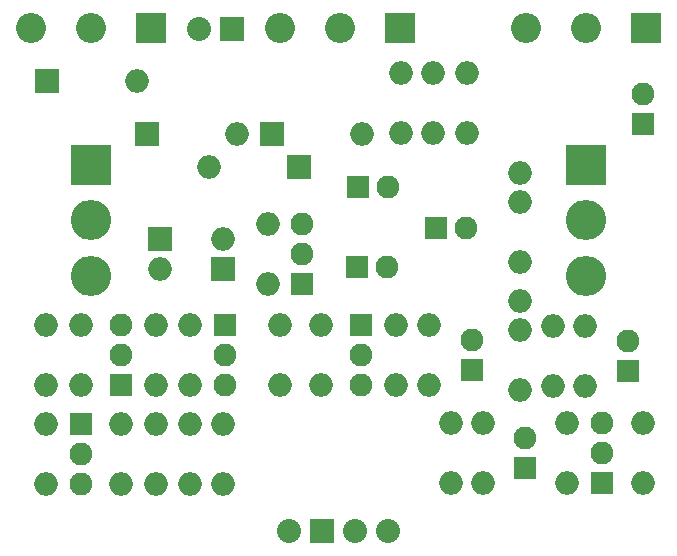
<source format=gbs>
%TF.GenerationSoftware,KiCad,Pcbnew,7.0.5-0*%
%TF.CreationDate,2023-06-06T12:59:25+02:00*%
%TF.ProjectId,kropyvnytskyi-overdrive,6b726f70-7976-46e7-9974-736b79692d6f,1.0*%
%TF.SameCoordinates,Original*%
%TF.FileFunction,Soldermask,Bot*%
%TF.FilePolarity,Negative*%
%FSLAX46Y46*%
G04 Gerber Fmt 4.6, Leading zero omitted, Abs format (unit mm)*
G04 Created by KiCad (PCBNEW 7.0.5-0) date 2023-06-06 12:59:25*
%MOMM*%
%LPD*%
G01*
G04 APERTURE LIST*
%ADD10R,2.000000X2.000000*%
%ADD11O,2.000000X2.000000*%
%ADD12R,2.540000X2.540000*%
%ADD13O,2.540000X2.540000*%
%ADD14R,2.032000X2.032000*%
%ADD15R,1.930400X1.930400*%
%ADD16O,1.930400X1.930400*%
%ADD17R,3.416000X3.416000*%
%ADD18O,3.416000X3.416000*%
%ADD19O,2.032000X2.032000*%
G04 APERTURE END LIST*
D10*
X102057200Y-113182400D03*
D11*
X94437200Y-113182400D03*
D12*
X131445000Y-101473000D03*
D13*
X126365000Y-101473000D03*
X121285000Y-101473000D03*
D14*
X104013000Y-144018000D03*
D15*
X106984800Y-121666000D03*
D16*
X109524800Y-121666000D03*
D10*
X99771200Y-110388400D03*
D11*
X107391200Y-110388400D03*
X117602000Y-134874000D03*
X117602000Y-139954000D03*
X89916000Y-126619000D03*
X89916000Y-131699000D03*
D15*
X83566000Y-135001000D03*
D16*
X83566000Y-137541000D03*
X83566000Y-140081000D03*
D11*
X100457000Y-131699000D03*
X100457000Y-126619000D03*
D16*
X107315000Y-131699000D03*
X107315000Y-129159000D03*
D15*
X107315000Y-126619000D03*
D12*
X110617000Y-101473000D03*
D13*
X105537000Y-101473000D03*
X100457000Y-101473000D03*
D10*
X90297000Y-119329200D03*
D11*
X90297000Y-121869200D03*
X120777000Y-127025400D03*
X120777000Y-124587000D03*
X120777000Y-132105400D03*
X113436400Y-105257600D03*
X113436400Y-110337600D03*
X99415600Y-118008400D03*
X99415600Y-123088400D03*
X120777000Y-113715800D03*
X120777000Y-116154200D03*
X120777000Y-121234200D03*
X110236000Y-131699000D03*
X110236000Y-126619000D03*
D10*
X80721200Y-105918000D03*
D11*
X88341200Y-105918000D03*
X80645000Y-135001000D03*
X80645000Y-140081000D03*
D17*
X84455000Y-113030000D03*
D18*
X84455000Y-117729000D03*
X84455000Y-122428000D03*
D11*
X110693200Y-110337600D03*
X110693200Y-105257600D03*
X103886000Y-131699000D03*
X103886000Y-126619000D03*
X83566000Y-131699000D03*
X83566000Y-126619000D03*
X123545600Y-126644400D03*
X123545600Y-131724400D03*
D15*
X116713000Y-130429000D03*
D16*
X116713000Y-127889000D03*
D15*
X107086400Y-114909600D03*
D16*
X109626400Y-114909600D03*
D15*
X131191000Y-109601000D03*
D16*
X131191000Y-107061000D03*
D11*
X86995000Y-135001000D03*
X86995000Y-140081000D03*
X95631000Y-140081000D03*
X95631000Y-135001000D03*
X113030000Y-131699000D03*
X113030000Y-126619000D03*
X89916000Y-135001000D03*
X89916000Y-140081000D03*
X131191000Y-139954000D03*
X131191000Y-134874000D03*
D15*
X113639600Y-118364000D03*
D16*
X116179600Y-118364000D03*
D15*
X86995000Y-131699000D03*
D16*
X86995000Y-129159000D03*
X86995000Y-126619000D03*
D15*
X95758000Y-126619000D03*
D16*
X95758000Y-129159000D03*
X95758000Y-131699000D03*
X102298501Y-118008400D03*
X102298501Y-120548400D03*
D15*
X102298501Y-123088400D03*
D14*
X96418400Y-101498400D03*
D11*
X92837000Y-140081000D03*
X92837000Y-135001000D03*
D19*
X109601000Y-144018000D03*
X106832400Y-144018000D03*
D17*
X126365000Y-113030000D03*
D18*
X126365000Y-117729000D03*
X126365000Y-122428000D03*
D19*
X93624400Y-101498400D03*
D11*
X92837000Y-126619000D03*
X92837000Y-131699000D03*
D19*
X101219000Y-144018000D03*
D12*
X89535000Y-101473000D03*
D13*
X84455000Y-101473000D03*
X79375000Y-101473000D03*
D10*
X95631000Y-121869200D03*
D11*
X95631000Y-119329200D03*
X124764800Y-139954000D03*
X124764800Y-134874000D03*
X114909600Y-134874000D03*
X114909600Y-139954000D03*
X116281200Y-105257600D03*
X116281200Y-110337600D03*
D16*
X127698501Y-134874000D03*
X127698501Y-137414000D03*
D15*
X127698501Y-139954000D03*
D11*
X80645000Y-131699000D03*
X80645000Y-126619000D03*
D15*
X121208800Y-138684000D03*
D16*
X121208800Y-136144000D03*
D11*
X126288800Y-131724400D03*
X126288800Y-126644400D03*
D10*
X89204800Y-110388400D03*
D11*
X96824800Y-110388400D03*
D15*
X129946400Y-130454400D03*
D16*
X129946400Y-127914400D03*
M02*

</source>
